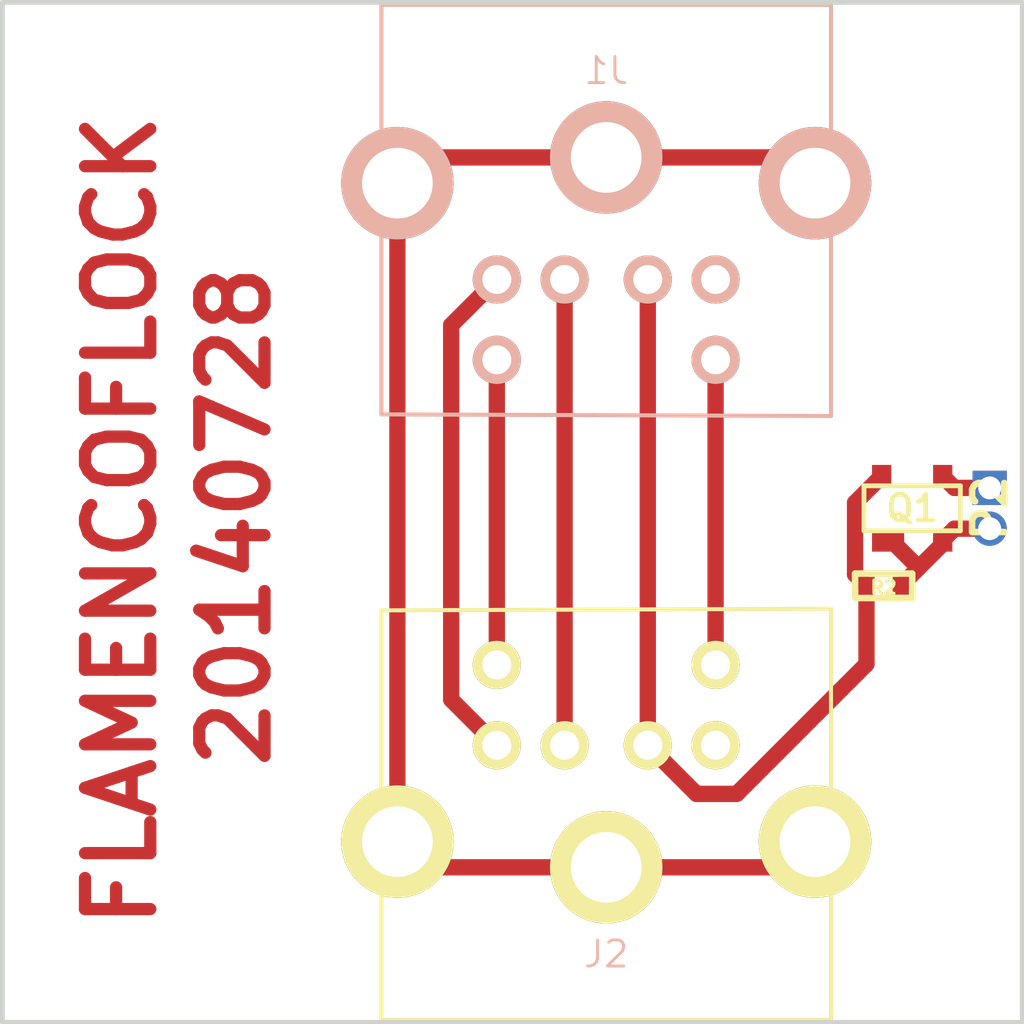
<source format=kicad_pcb>

(kicad_pcb
  (version 3)
  (host pcbnew "(2012-nov-02)-stable")
  (general
    (links 18)
    (no_connects 0)
    (area 67.113453 75.958699 108.405555 108.191301)
    (thickness 1.6)
    (drawings 6)
    (tracks 33)
    (zones 0)
    (modules 5)
    (nets 9))
  (page A3)
  (layers
    (15 F.Cu signal)
    (0 B.Cu signal)
    (16 B.Adhes user)
    (17 F.Adhes user)
    (18 B.Paste user)
    (19 F.Paste user)
    (20 B.SilkS user)
    (21 F.SilkS user)
    (22 B.Mask user)
    (23 F.Mask user)
    (24 Dwgs.User user)
    (25 Cmts.User user)
    (26 Eco1.User user)
    (27 Eco2.User user)
    (28 Edge.Cuts user))
  (setup
    (last_trace_width 0.508)
    (trace_clearance 0.254)
    (zone_clearance 0.254)
    (zone_45_only no)
    (trace_min 0.254)
    (segment_width 0.15)
    (edge_width 0.15)
    (via_size 0.889)
    (via_drill 0.381)
    (via_min_size 0.889)
    (via_min_drill 0.381)
    (uvia_size 0.508)
    (uvia_drill 0.127)
    (uvias_allowed no)
    (uvia_min_size 0.508)
    (uvia_min_drill 0.127)
    (pcb_text_width 0.3)
    (pcb_text_size 1 1)
    (mod_edge_width 0.15)
    (mod_text_size 1 1)
    (mod_text_width 0.15)
    (pad_size 1.5 1.5)
    (pad_drill 0.9)
    (pad_to_mask_clearance 0.0762)
    (aux_axis_origin 0 0)
    (visible_elements FFFFFFBF)
    (pcbplotparams
      (layerselection 283672577)
      (usegerberextensions true)
      (excludeedgelayer true)
      (linewidth 152400)
      (plotframeref false)
      (viasonmask false)
      (mode 1)
      (useauxorigin false)
      (hpglpennumber 1)
      (hpglpenspeed 20)
      (hpglpendiameter 15)
      (hpglpenoverlay 2)
      (psnegative false)
      (psa4output false)
      (plotreference false)
      (plotvalue false)
      (plotothertext true)
      (plotinvisibletext false)
      (padsonsilk false)
      (subtractmaskfromsilk false)
      (outputformat 1)
      (mirror false)
      (drillshape 0)
      (scaleselection 1)
      (outputdirectory gerbers)))
  (net 0 "")
  (net 1 /DRAIN)
  (net 2 /GATE)
  (net 3 /SHIELD)
  (net 4 GND)
  (net 5 N-000001)
  (net 6 N-000002)
  (net 7 N-000003)
  (net 8 N-000004)
  (net_class Default "This is the default net class."
    (clearance 0.254)
    (trace_width 0.508)
    (via_dia 0.889)
    (via_drill 0.381)
    (uvia_dia 0.508)
    (uvia_drill 0.127)
    (add_net "")
    (add_net /DRAIN)
    (add_net /GATE)
    (add_net /SHIELD)
    (add_net GND)
    (add_net N-000001)
    (add_net N-000002)
    (add_net N-000003)
    (add_net N-000004))
  (module GSG-0402
    (layer F.Cu)
    (tedit 53B03450)
    (tstamp 53B0360A)
    (at 103.632 94.361)
    (path /53703213)
    (solder_mask_margin 0.1016)
    (fp_text reference R2
      (at 0 0.0508)
      (layer F.SilkS)
      (effects
        (font
          (size 0.4064 0.4064)
          (thickness 0.1016))))
    (fp_text value 10k
      (at 0 0.0508)
      (layer F.SilkS) hide
      (effects
        (font
          (size 0.4064 0.4064)
          (thickness 0.1016))))
    (fp_line
      (start 0.889 -0.381)
      (end 0.889 0.381)
      (layer F.SilkS)
      (width 0.2032))
    (fp_line
      (start 0.889 0.381)
      (end -0.889 0.381)
      (layer F.SilkS)
      (width 0.2032))
    (fp_line
      (start -0.889 0.381)
      (end -0.889 -0.381)
      (layer F.SilkS)
      (width 0.2032))
    (fp_line
      (start -0.889 -0.381)
      (end 0.889 -0.381)
      (layer F.SilkS)
      (width 0.2032))
    (pad 2 smd rect
      (at 0.5334 0)
      (size 0.508 0.5588)
      (layers F.Cu F.Paste F.Mask)
      (net 4 GND)
      (solder_mask_margin 0.1016))
    (pad 1 smd rect
      (at -0.5334 0)
      (size 0.508 0.5588)
      (layers F.Cu F.Paste F.Mask)
      (net 2 /GATE)
      (die_length -2147.483648)
      (solder_mask_margin 0.1016)))
  (module GSG-50MIL-HEADER-1x2-TH
    (layer F.Cu)
    (tedit 53B03A6B)
    (tstamp 53B035FA)
    (at 106.934 91.948 270)
    (path /53B03152)
    (fp_text reference P2
      (at 0 0 270)
      (layer F.SilkS)
      (effects
        (font
          (size 1.00076 1.00076)
          (thickness 0.2032))))
    (fp_text value ANTENNA
      (at 0 0 270)
      (layer F.SilkS) hide
      (effects
        (font
          (size 1.00076 1.00076)
          (thickness 0.2032))))
    (pad 1 thru_hole rect
      (at -0.635 0 270)
      (size 1.0668 1.0668)
      (drill 0.7112)
      (layers *.Cu *.Mask)
      (net 1 /DRAIN))
    (pad 2 thru_hole circle
      (at 0.635 0 270)
      (size 1.0668 1.0668)
      (drill 0.7112)
      (layers *.Cu *.Mask)
      (net 4 GND)))
  (module GSG-SOT143B-GDS
    (layer F.Cu)
    (tedit 53D5C311)
    (tstamp 53B035F4)
    (at 104.521 91.948)
    (path /5370319E)
    (fp_text reference Q1
      (at 0 0)
      (layer F.SilkS)
      (effects
        (font
          (size 0.8 0.8)
          (thickness 0.15))))
    (fp_text value MOSFET_N
      (at 0 0)
      (layer F.SilkS) hide
      (effects
        (font
          (size 0.8 0.8)
          (thickness 0.15))))
    (fp_line
      (start -1.5 -0.7)
      (end 1.5 -0.7)
      (layer F.SilkS)
      (width 0.15))
    (fp_line
      (start 1.5 -0.7)
      (end 1.5 0.7)
      (layer F.SilkS)
      (width 0.15))
    (fp_line
      (start 1.5 0.7)
      (end -1.5 0.7)
      (layer F.SilkS)
      (width 0.15))
    (fp_line
      (start -1.5 0.7)
      (end -1.5 -0.7)
      (layer F.SilkS)
      (width 0.15))
    (pad B smd rect
      (at -0.75 1)
      (size 1 0.7)
      (layers F.Cu F.Paste F.Mask)
      (net 4 GND))
    (pad S smd rect
      (at 0.95 1)
      (size 0.6 0.7)
      (layers F.Cu F.Paste F.Mask)
      (net 4 GND))
    (pad D smd rect
      (at 0.95 -1)
      (size 0.6 0.7)
      (layers F.Cu F.Paste F.Mask)
      (net 1 /DRAIN))
    (pad G smd rect
      (at -0.95 -1)
      (size 0.6 0.7)
      (layers F.Cu F.Paste F.Mask)
      (net 2 /GATE)))
  (module GSG-MD-6006
    (layer B.Cu)
    (tedit 53EADE62)
    (tstamp 53EAE01E)
    (at 94.996 81.026 180)
    (path /53D68AB2)
    (attr virtual)
    (fp_text reference J1
      (at 0 2.7 180)
      (layer B.SilkS)
      (effects
        (font
          (size 0.8128 0.8128)
          (thickness 0.0889))
        (justify mirror)))
    (fp_text value MINIDIN6
      (at 0 4 180)
      (layer B.SilkS) hide
      (effects
        (font
          (size 0.8128 0.8128)
          (thickness 0.0889))
        (justify mirror)))
    (fp_line
      (start 6.9977 4.7498)
      (end -6.9977 4.7498)
      (layer B.SilkS)
      (width 0.127))
    (fp_line
      (start -6.9977 4.7498)
      (end -6.9977 0.24892)
      (layer B.SilkS)
      (width 0.127))
    (fp_line
      (start -6.9977 0.24892)
      (end -6.9977 -8.04926)
      (layer B.SilkS)
      (width 0.127))
    (fp_line
      (start -6.9977 -8.04926)
      (end 6.9977 -7.99846)
      (layer B.SilkS)
      (width 0.127))
    (fp_line
      (start 6.9977 -7.99846)
      (end 6.9977 -1.74752)
      (layer B.SilkS)
      (width 0.127))
    (fp_line
      (start 6.9977 -1.74752)
      (end 6.9977 0.24892)
      (layer B.SilkS)
      (width 0.127))
    (fp_line
      (start 6.9977 0.24892)
      (end 6.9977 4.7498)
      (layer B.SilkS)
      (width 0.127))
    (pad 0 thru_hole circle
      (at 6.5 -0.8 180)
      (size 3.5 3.5)
      (drill 2.2)
      (layers *.Cu *.Mask B.SilkS)
      (net 3 /SHIELD))
    (pad 0 thru_hole circle
      (at 0 0 180)
      (size 3.5 3.5)
      (drill 2.2)
      (layers *.Cu *.Mask B.SilkS)
      (net 3 /SHIELD))
    (pad 0 thru_hole circle
      (at -6.5 -0.8 180)
      (size 3.5 3.5)
      (drill 2.2)
      (layers *.Cu *.Mask B.SilkS)
      (net 3 /SHIELD))
    (pad 3 thru_hole circle
      (at -3.405 -3.8 180)
      (size 1.5 1.5)
      (drill 0.9)
      (layers *.Cu *.Mask B.SilkS))
    (pad 6 thru_hole circle
      (at 3.405 -6.3 180)
      (size 1.5 1.5)
      (drill 0.9)
      (layers *.Cu *.Mask B.SilkS)
      (net 8 N-000004))
    (pad 5 thru_hole circle
      (at -3.405 -6.3 180)
      (size 1.5 1.5)
      (drill 0.9)
      (layers *.Cu *.Mask B.SilkS)
      (net 6 N-000002))
    (pad 2 thru_hole circle
      (at 1.295 -3.8 180)
      (size 1.5 1.5)
      (drill 0.9)
      (layers *.Cu *.Mask B.SilkS)
      (net 5 N-000001))
    (pad 1 thru_hole circle
      (at -1.295 -3.8 180)
      (size 1.5 1.5)
      (drill 0.9)
      (layers *.Cu *.Mask B.SilkS)
      (net 2 /GATE))
    (pad 4 thru_hole circle
      (at 3.405 -3.8 180)
      (size 1.5 1.5)
      (drill 0.9)
      (layers *.Cu *.Mask B.SilkS)
      (net 7 N-000003)))
  (module GSG-MD-6006
    (layer F.Cu)
    (tedit 53EADE62)
    (tstamp 53D6FA4D)
    (at 94.996 103.124 180)
    (path /53D68AC9)
    (attr virtual)
    (fp_text reference J2
      (at 0 -2.7 180)
      (layer B.SilkS)
      (effects
        (font
          (size 0.8128 0.8128)
          (thickness 0.0889))))
    (fp_text value MINIDIN6
      (at 0 -4 180)
      (layer B.SilkS) hide
      (effects
        (font
          (size 0.8128 0.8128)
          (thickness 0.0889))))
    (fp_line
      (start 6.9977 -4.7498)
      (end -6.9977 -4.7498)
      (layer F.SilkS)
      (width 0.127))
    (fp_line
      (start -6.9977 -4.7498)
      (end -6.9977 -0.24892)
      (layer F.SilkS)
      (width 0.127))
    (fp_line
      (start -6.9977 -0.24892)
      (end -6.9977 8.04926)
      (layer F.SilkS)
      (width 0.127))
    (fp_line
      (start -6.9977 8.04926)
      (end 6.9977 7.99846)
      (layer F.SilkS)
      (width 0.127))
    (fp_line
      (start 6.9977 7.99846)
      (end 6.9977 1.74752)
      (layer F.SilkS)
      (width 0.127))
    (fp_line
      (start 6.9977 1.74752)
      (end 6.9977 -0.24892)
      (layer F.SilkS)
      (width 0.127))
    (fp_line
      (start 6.9977 -0.24892)
      (end 6.9977 -4.7498)
      (layer F.SilkS)
      (width 0.127))
    (pad 0 thru_hole circle
      (at 6.5 0.8 180)
      (size 3.5 3.5)
      (drill 2.2)
      (layers *.Cu *.Mask F.SilkS)
      (net 3 /SHIELD))
    (pad 0 thru_hole circle
      (at 0 0 180)
      (size 3.5 3.5)
      (drill 2.2)
      (layers *.Cu *.Mask F.SilkS)
      (net 3 /SHIELD))
    (pad 0 thru_hole circle
      (at -6.5 0.8 180)
      (size 3.5 3.5)
      (drill 2.2)
      (layers *.Cu *.Mask F.SilkS)
      (net 3 /SHIELD))
    (pad 3 thru_hole circle
      (at -3.405 3.8 180)
      (size 1.5 1.5)
      (drill 0.9)
      (layers *.Cu *.Mask F.SilkS))
    (pad 6 thru_hole circle
      (at 3.405 6.3 180)
      (size 1.5 1.5)
      (drill 0.9)
      (layers *.Cu *.Mask F.SilkS)
      (net 8 N-000004))
    (pad 5 thru_hole circle
      (at -3.405 6.3 180)
      (size 1.5 1.5)
      (drill 0.9)
      (layers *.Cu *.Mask F.SilkS)
      (net 6 N-000002))
    (pad 2 thru_hole circle
      (at 1.295 3.8 180)
      (size 1.5 1.5)
      (drill 0.9)
      (layers *.Cu *.Mask F.SilkS)
      (net 5 N-000001))
    (pad 1 thru_hole circle
      (at -1.295 3.8 180)
      (size 1.5 1.5)
      (drill 0.9)
      (layers *.Cu *.Mask F.SilkS)
      (net 2 /GATE))
    (pad 4 thru_hole circle
      (at 3.405 3.8 180)
      (size 1.5 1.5)
      (drill 0.9)
      (layers *.Cu *.Mask F.SilkS)
      (net 7 N-000003)))
  (gr_line
    (start 76.2 107.95)
    (end 76.2 76.2)
    (angle 90)
    (layer Edge.Cuts)
    (width 0.15))
  (gr_line
    (start 107.95 107.95)
    (end 76.2 107.95)
    (angle 90)
    (layer Edge.Cuts)
    (width 0.15))
  (gr_line
    (start 107.95 76.2)
    (end 107.95 107.95)
    (angle 90)
    (layer Edge.Cuts)
    (width 0.15))
  (gr_line
    (start 76.2 76.2)
    (end 107.95 76.2)
    (angle 90)
    (layer Edge.Cuts)
    (width 0.15))
  (gr_text 20140728
    (at 83.439 92.202 90)
    (layer F.Cu)
    (effects
      (font
        (size 2.032 2.032)
        (thickness 0.381))))
  (gr_text FLAMENCOFLOCK
    (at 79.883 92.329 90)
    (layer F.Cu)
    (effects
      (font
        (size 2.032 2.032)
        (thickness 0.381))))
  (segment
    (start 106.934 91.313)
    (end 105.836 91.313)
    (width 0.508)
    (layer F.Cu)
    (net 1))
  (segment
    (start 105.836 91.313)
    (end 105.471 90.948)
    (width 0.508)
    (layer F.Cu)
    (net 1))
  (segment
    (start 103.0986 94.361)
    (end 103.0986 96.7994)
    (width 0.508)
    (layer F.Cu)
    (net 2))
  (segment
    (start 97.805 100.838)
    (end 96.291 99.324)
    (width 0.508)
    (layer F.Cu)
    (net 2))
  (segment
    (start 99.06 100.838)
    (end 97.805 100.838)
    (width 0.508)
    (layer F.Cu)
    (net 2))
  (segment
    (start 103.0986 96.7994)
    (end 99.06 100.838)
    (width 0.508)
    (layer F.Cu)
    (net 2))
  (segment
    (start 103.0986 94.361)
    (end 102.743 94.0054)
    (width 0.508)
    (layer F.Cu)
    (net 2))
  (segment
    (start 102.743 91.776)
    (end 103.571 90.948)
    (width 0.508)
    (layer F.Cu)
    (net 2))
  (segment
    (start 102.743 94.0054)
    (end 102.743 91.776)
    (width 0.508)
    (layer F.Cu)
    (net 2))
  (segment
    (start 96.291 84.826)
    (end 96.291 99.324)
    (width 0.508)
    (layer F.Cu)
    (net 2))
  (segment
    (start 88.496 102.324)
    (end 88.496 81.826)
    (width 0.508)
    (layer F.Cu)
    (net 3))
  (segment
    (start 88.496 102.324)
    (end 89.296 103.124)
    (width 0.508)
    (layer F.Cu)
    (net 3))
  (segment
    (start 89.296 103.124)
    (end 94.996 103.124)
    (width 0.508)
    (layer F.Cu)
    (net 3))
  (segment
    (start 101.496 102.324)
    (end 100.696 103.124)
    (width 0.508)
    (layer F.Cu)
    (net 3))
  (segment
    (start 100.696 103.124)
    (end 94.996 103.124)
    (width 0.508)
    (layer F.Cu)
    (net 3))
  (segment
    (start 88.496 81.826)
    (end 89.296 81.026)
    (width 0.508)
    (layer F.Cu)
    (net 3))
  (segment
    (start 89.296 81.026)
    (end 94.996 81.026)
    (width 0.508)
    (layer F.Cu)
    (net 3))
  (segment
    (start 101.496 81.826)
    (end 100.696 81.026)
    (width 0.508)
    (layer F.Cu)
    (net 3))
  (segment
    (start 100.696 81.026)
    (end 94.996 81.026)
    (width 0.508)
    (layer F.Cu)
    (net 3))
  (segment
    (start 103.771 92.948)
    (end 103.87 92.948)
    (width 0.508)
    (layer F.Cu)
    (net 4))
  (segment
    (start 103.87 92.948)
    (end 104.7242 93.8022)
    (width 0.508)
    (layer F.Cu)
    (net 4))
  (segment
    (start 104.1654 94.361)
    (end 104.7242 93.8022)
    (width 0.508)
    (layer F.Cu)
    (net 4))
  (segment
    (start 104.7242 93.8022)
    (end 105.471 93.0554)
    (width 0.508)
    (layer F.Cu)
    (net 4))
  (segment
    (start 105.471 93.0554)
    (end 105.471 92.948)
    (width 0.508)
    (layer F.Cu)
    (net 4))
  (segment
    (start 106.934 92.583)
    (end 105.836 92.583)
    (width 0.508)
    (layer F.Cu)
    (net 4))
  (segment
    (start 105.836 92.583)
    (end 105.471 92.948)
    (width 0.508)
    (layer F.Cu)
    (net 4))
  (segment
    (start 93.701 84.826)
    (end 93.701 99.324)
    (width 0.508)
    (layer F.Cu)
    (net 5))
  (segment
    (start 98.401 87.326)
    (end 98.401 96.824)
    (width 0.508)
    (layer F.Cu)
    (net 6))
  (segment
    (start 91.591 84.826)
    (end 90.17 86.247)
    (width 0.508)
    (layer F.Cu)
    (net 7))
  (segment
    (start 90.17 97.903)
    (end 91.591 99.324)
    (width 0.508)
    (layer F.Cu)
    (net 7))
  (segment
    (start 90.17 86.247)
    (end 90.17 97.903)
    (width 0.508)
    (layer F.Cu)
    (net 7))
  (segment
    (start 91.591 87.326)
    (end 91.591 96.824)
    (width 0.508)
    (layer F.Cu)
    (net 8)))
</source>
